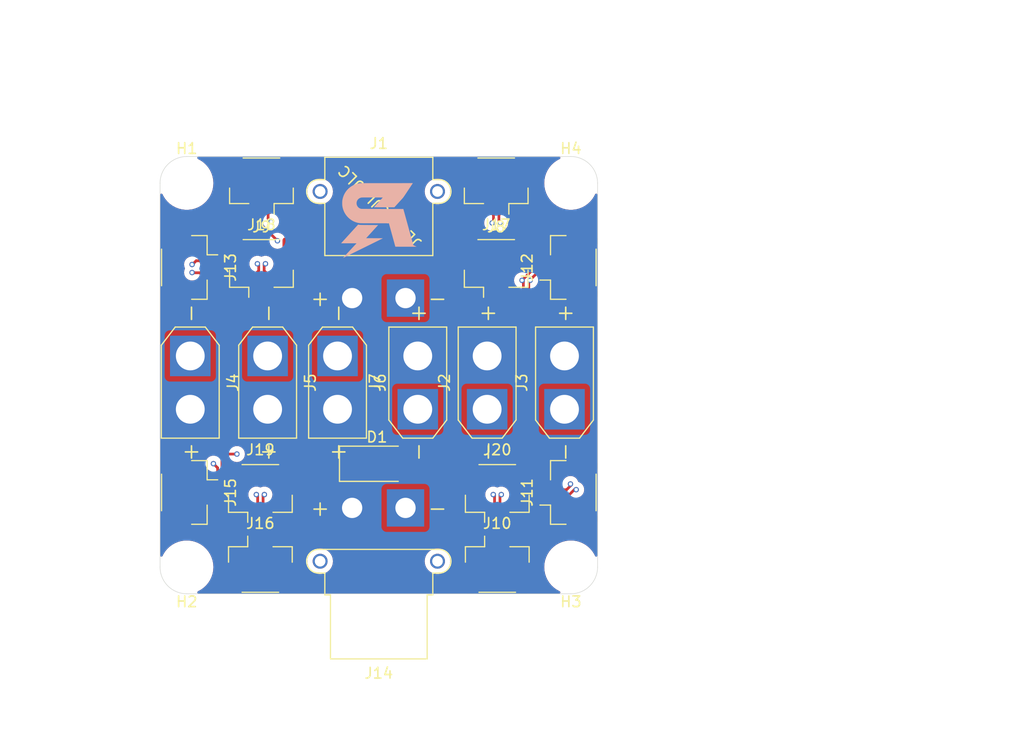
<source format=kicad_pcb>
(kicad_pcb (version 20240108) (generator "pcbnew") (generator_version "8.0")
  (layers (0 "F.Cu" signal) (1 "In1.Cu" signal) (2 "In2.Cu" signal) (31 "B.Cu" signal) (34 "B.Paste" user) (35 "F.Paste" user) (36 "B.SilkS" user "B.Silkscreen") (37 "F.SilkS" user "F.Silkscreen") (38 "B.Mask" user) (39 "F.Mask" user) (44 "Edge.Cuts" user))
  (net 0 "")
  (net 1 "VCC")
  (net 2 "GND")
  (net 3 "CAN_N")
  (net 4 "CAN_P")
  (footprint "Connector_JST:JST_GH_SM02B-GHS-TB_1x02-1MP_P1.25mm_Horizontal" (layer "F.Cu") (at 152.7 131.5 -90)
    (property "Reference" "J15" (at 0 -3.899999 90) (layer "F.SilkS"))
    (property "Value" "GH1.25 2p H")
    (pad "1" smd roundrect (at -0.625 -1.85 270) (size 0.6 1.7) (layers "F.Cu" "F.Paste" "F.Mask") (net 3 "CAN_N"))
    (pad "2" smd roundrect (at 0.625 -1.85 270) (size 0.6 1.7) (layers "F.Cu" "F.Paste" "F.Mask") (net 4 "CAN_P"))
    (pad "MP" smd roundrect (at -2.475 1.35 270) (size 1 2.7) (layers "F.Cu" "F.Paste" "F.Mask") (net 2 "GND"))
    (pad "MP" smd roundrect (at 2.475 1.35 270) (size 1 2.7) (layers "F.Cu" "F.Paste" "F.Mask") (net 2 "GND"))
  )
  (footprint "Connector_JST:JST_GH_BM02B-GHS-TBT_1x02-1MP_P1.25mm_Vertical" (layer "F.Cu") (at 159.4 131.5)
    (property "Reference" "J19" (at 0 -4 0) (layer "F.SilkS"))
    (property "Value" "GH1.25 2p H")
    (pad "1" smd roundrect (at -0.625 1.95) (size 0.6 1.7) (layers "F.Cu" "F.Paste" "F.Mask") (net 3 "CAN_N"))
    (pad "2" smd roundrect (at 0.625 1.95) (size 0.6 1.7) (layers "F.Cu" "F.Paste" "F.Mask") (net 4 "CAN_P"))
    (pad "MP" smd roundrect (at -2.475 -1.4) (size 1 2.8) (layers "F.Cu" "F.Paste" "F.Mask") (net 2 "GND"))
    (pad "MP" smd roundrect (at 2.475 -1.4) (size 1 2.8) (layers "F.Cu" "F.Paste" "F.Mask") (net 2 "GND"))
  )
  (footprint "Connector_JST:JST_GH_SM02B-GHS-TB_1x02-1MP_P1.25mm_Horizontal" (layer "F.Cu") (at 159.4 138.3)
    (property "Reference" "J16" (at 0 -3.899999 0) (layer "F.SilkS"))
    (property "Value" "GH1.25 2p H")
    (pad "1" smd roundrect (at -0.625 -1.85) (size 0.6 1.7) (layers "F.Cu" "F.Paste" "F.Mask") (net 3 "CAN_N"))
    (pad "2" smd roundrect (at 0.625 -1.85) (size 0.6 1.7) (layers "F.Cu" "F.Paste" "F.Mask") (net 4 "CAN_P"))
    (pad "MP" smd roundrect (at -2.475 1.35) (size 1 2.7) (layers "F.Cu" "F.Paste" "F.Mask") (net 2 "GND"))
    (pad "MP" smd roundrect (at 2.475 1.35) (size 1 2.7) (layers "F.Cu" "F.Paste" "F.Mask") (net 2 "GND"))
  )
  (footprint "Connector_JST:JST_GH_SM02B-GHS-TB_1x02-1MP_P1.25mm_Horizontal" (layer "F.Cu") (at 159.5 102.7 180)
    (property "Reference" "J9" (at 0 -3.899999 180) (layer "F.SilkS"))
    (property "Value" "GH1.25 2p H")
    (pad "1" smd roundrect (at -0.625 -1.85 180) (size 0.6 1.7) (layers "F.Cu" "F.Paste" "F.Mask") (net 3 "CAN_N"))
    (pad "2" smd roundrect (at 0.625 -1.85 180) (size 0.6 1.7) (layers "F.Cu" "F.Paste" "F.Mask") (net 4 "CAN_P"))
    (pad "MP" smd roundrect (at -2.475 1.35 180) (size 1 2.7) (layers "F.Cu" "F.Paste" "F.Mask") (net 2 "GND"))
    (pad "MP" smd roundrect (at 2.475 1.35 180) (size 1 2.7) (layers "F.Cu" "F.Paste" "F.Mask") (net 2 "GND"))
  )
  (footprint "1MyMountHole:MountingHole_2.7mm_M2.5_ISO7380" (layer "F.Cu") (at 188.5 102.5)
    (property "Reference" "H4" (at 0 -3.25 0) (layer "F.SilkS"))
    (property "Value" "MountingHole")
    (pad "" np_thru_hole circle (at 0 0) (size 2.7 2.7) (drill 2.7) (layers "*.Cu" "*.Mask"))
    (zone (net 0) (net_name "") (layers "*.Cu") (name "keepout") (connect_pads (clearance 0)) (min_thickness 0.25)
      (keepout (tracks not_allowed) (vias not_allowed) (pads not_allowed) (copperpour not_allowed) (footprints not_allowed))
      (fill (thermal_gap 0.5) (thermal_bridge_width 0.5))
      (polygon (pts (xy 191 102.5) (xy 190.980287 102.186667) (xy 190.921458 101.878275) (xy 190.824441 101.579689) (xy 190.690767 101.295616) (xy 190.522542 101.030537) (xy 190.322422 100.788632) (xy 190.09356 100.573717) (xy 189.839567 100.38918) (xy 189.564448 100.237932) (xy 189.272542 100.122359) (xy 188.968453 100.044282) (xy 188.656976 100.004933) (xy 188.343024 100.004933) (xy 188.031547 100.044282) (xy 187.727458 100.122359) (xy 187.435552 100.237932) (xy 187.160433 100.38918) (xy 186.90644 100.573717) (xy 186.677578 100.788632) (xy 186.477458 101.030537) (xy 186.309233 101.295616) (xy 186.175559 101.579689) (xy 186.078542 101.878275) (xy 186.019713 102.186667) (xy 186 102.5) (xy 186.019713 102.813333) (xy 186.078542 103.121725) (xy 186.175559 103.420311) (xy 186.309233 103.704384) (xy 186.477458 103.969463) (xy 186.677578 104.211368) (xy 186.90644 104.426283) (xy 187.160433 104.61082) (xy 187.435552 104.762068) (xy 187.727458 104.877641) (xy 188.031547 104.955718) (xy 188.343024 104.995067) (xy 188.656976 104.995067) (xy 188.968453 104.955718) (xy 189.272542 104.877641) (xy 189.564448 104.762068) (xy 189.839567 104.61082) (xy 190.09356 104.426283) (xy 190.322422 104.211368) (xy 190.522542 103.969463) (xy 190.690767 103.704384) (xy 190.824441 103.420311) (xy 190.921458 103.121725) (xy 190.980287 102.813333)))
    )
  )
  (footprint "Connector_JST:JST_GH_SM02B-GHS-TB_1x02-1MP_P1.25mm_Horizontal" (layer "F.Cu") (at 181.6 138.3)
    (property "Reference" "J10" (at 0 -3.899999 0) (layer "F.SilkS"))
    (property "Value" "GH1.25 2p H")
    (pad "1" smd roundrect (at -0.625 -1.85) (size 0.6 1.7) (layers "F.Cu" "F.Paste" "F.Mask") (net 3 "CAN_N"))
    (pad "2" smd roundrect (at 0.625 -1.85) (size 0.6 1.7) (layers "F.Cu" "F.Paste" "F.Mask") (net 4 "CAN_P"))
    (pad "MP" smd roundrect (at -2.475 1.35) (size 1 2.7) (layers "F.Cu" "F.Paste" "F.Mask") (net 2 "GND"))
    (pad "MP" smd roundrect (at 2.475 1.35) (size 1 2.7) (layers "F.Cu" "F.Paste" "F.Mask") (net 2 "GND"))
  )
  (footprint "Connector_JST:JST_GH_BM02B-GHS-TBT_1x02-1MP_P1.25mm_Vertical" (layer "F.Cu") (at 181.5 110.4)
    (property "Reference" "J17" (at 0 -4 0) (layer "F.SilkS"))
    (property "Value" "GH1.25 2p H")
    (pad "1" smd roundrect (at -0.625 1.95) (size 0.6 1.7) (layers "F.Cu" "F.Paste" "F.Mask") (net 3 "CAN_N"))
    (pad "2" smd roundrect (at 0.625 1.95) (size 0.6 1.7) (layers "F.Cu" "F.Paste" "F.Mask") (net 4 "CAN_P"))
    (pad "MP" smd roundrect (at -2.475 -1.4) (size 1 2.8) (layers "F.Cu" "F.Paste" "F.Mask") (net 2 "GND"))
    (pad "MP" smd roundrect (at 2.475 -1.4) (size 1 2.8) (layers "F.Cu" "F.Paste" "F.Mask") (net 2 "GND"))
  )
  (footprint "Connector_JST:JST_GH_SM02B-GHS-TB_1x02-1MP_P1.25mm_Horizontal" (layer "F.Cu") (at 152.7 110.4 -90)
    (property "Reference" "J13" (at 0 -3.899999 90) (layer "F.SilkS"))
    (property "Value" "GH1.25 2p H")
    (pad "1" smd roundrect (at -0.625 -1.85 270) (size 0.6 1.7) (layers "F.Cu" "F.Paste" "F.Mask") (net 3 "CAN_N"))
    (pad "2" smd roundrect (at 0.625 -1.85 270) (size 0.6 1.7) (layers "F.Cu" "F.Paste" "F.Mask") (net 4 "CAN_P"))
    (pad "MP" smd roundrect (at -2.475 1.35 270) (size 1 2.7) (layers "F.Cu" "F.Paste" "F.Mask") (net 2 "GND"))
    (pad "MP" smd roundrect (at 2.475 1.35 270) (size 1 2.7) (layers "F.Cu" "F.Paste" "F.Mask") (net 2 "GND"))
  )
  (footprint "Connector_AMASS:AMASS_XT30U-F_1x02_P5.0mm_Vertical" (layer "F.Cu") (at 152.830762 118.7 -90)
    (property "Reference" "J4" (at 2.5 -4 90) (layer "F.SilkS"))
    (property "Value" "F-V")
    (fp_text user "-" (at -4 0 90) (layer "F.SilkS") (effects (font (size 1.5 1.5))))
    (fp_text user "+" (at 9 0 90) (layer "F.SilkS") (effects (font (size 1.5 1.5))))
    (pad "1" thru_hole rect (at 0 0 270) (size 3.8 3.8) (drill 2.7) (layers "*.Cu" "*.Mask") (net 2 "GND"))
    (pad "2" thru_hole circle (at 5 0 270) (size 4 4) (drill 2.7) (layers "*.Cu" "*.Mask") (net 1 "VCC"))
  )
  (footprint "Connector_JST:JST_GH_SM02B-GHS-TB_1x02-1MP_P1.25mm_Horizontal" (layer "F.Cu") (at 188.3 110.4 90)
    (property "Reference" "J12" (at 0 -3.899999 -90) (layer "F.SilkS"))
    (property "Value" "GH1.25 2p H")
    (pad "1" smd roundrect (at -0.625 -1.85 90) (size 0.6 1.7) (layers "F.Cu" "F.Paste" "F.Mask") (net 3 "CAN_N"))
    (pad "2" smd roundrect (at 0.625 -1.85 90) (size 0.6 1.7) (layers "F.Cu" "F.Paste" "F.Mask") (net 4 "CAN_P"))
    (pad "MP" smd roundrect (at -2.475 1.35 90) (size 1 2.7) (layers "F.Cu" "F.Paste" "F.Mask") (net 2 "GND"))
    (pad "MP" smd roundrect (at 2.475 1.35 90) (size 1 2.7) (layers "F.Cu" "F.Paste" "F.Mask") (net 2 "GND"))
  )
  (footprint "1MyMountHole:MountingHole_2.7mm_M2.5_ISO7380" (layer "F.Cu") (at 188.5 138.5 180)
    (property "Reference" "H3" (at 0 -3.25 180) (layer "F.SilkS"))
    (property "Value" "MountingHole")
    (pad "" np_thru_hole circle (at 0 0 180) (size 2.7 2.7) (drill 2.7) (layers "*.Cu" "*.Mask"))
    (zone (net 0) (net_name "") (layers "*.Cu") (name "keepout") (connect_pads (clearance 0)) (min_thickness 0.25)
      (keepout (tracks not_allowed) (vias not_allowed) (pads not_allowed) (copperpour not_allowed) (footprints not_allowed))
      (fill (thermal_gap 0.5) (thermal_bridge_width 0.5))
      (polygon (pts (xy 186 138.5) (xy 186.019713 138.813333) (xy 186.078542 139.121725) (xy 186.175559 139.420311) (xy 186.309233 139.704384) (xy 186.477458 139.969463) (xy 186.677578 140.211368) (xy 186.90644 140.426283) (xy 187.160433 140.61082) (xy 187.435552 140.762068) (xy 187.727458 140.877641) (xy 188.031547 140.955718) (xy 188.343024 140.995067) (xy 188.656976 140.995067) (xy 188.968453 140.955718) (xy 189.272542 140.877641) (xy 189.564448 140.762068) (xy 189.839567 140.61082) (xy 190.09356 140.426283) (xy 190.322422 140.211368) (xy 190.522542 139.969463) (xy 190.690767 139.704384) (xy 190.824441 139.420311) (xy 190.921458 139.121725) (xy 190.980287 138.813333) (xy 191 138.5) (xy 190.980287 138.186667) (xy 190.921458 137.878275) (xy 190.824441 137.579689) (xy 190.690767 137.295616) (xy 190.522542 137.030537) (xy 190.322422 136.788632) (xy 190.09356 136.573717) (xy 189.839567 136.38918) (xy 189.564448 136.237932) (xy 189.272542 136.122359) (xy 188.968453 136.044282) (xy 188.656976 136.004933) (xy 188.343024 136.004933) (xy 188.031547 136.044282) (xy 187.727458 136.122359) (xy 187.435552 136.237932) (xy 187.160433 136.38918) (xy 186.90644 136.573717) (xy 186.677578 136.788632) (xy 186.477458 137.030537) (xy 186.309233 137.295616) (xy 186.175559 137.579689) (xy 186.078542 137.878275) (xy 186.019713 138.186667)))
    )
  )
  (footprint "Diode_SMD:D_SMA" (layer "F.Cu") (at 170.3225 128.80932)
    (property "Reference" "D1" (at 0 -2.5 0) (layer "F.SilkS"))
    (property "Value" "SMAJ30A")
    (pad "1" smd roundrect (at -2.000001 0) (size 2.5 1.8) (layers "F.Cu" "F.Paste" "F.Mask") (roundrect_rratio 0.1388888889) (net 1 "VCC"))
    (pad "2" smd roundrect (at 2.000001 0) (size 2.5 1.8) (layers "F.Cu" "F.Paste" "F.Mask") (roundrect_rratio 0.1388888889) (net 2 "GND"))
  )
  (footprint "Connector_AMASS:AMASS_XT30PW-M_1x02_P2.50mm_Horizontal" (layer "F.Cu") (at 173 113.275)
    (property "Reference" "J1" (at -2.5 -14.5 0) (layer "F.SilkS"))
    (property "Value" "M-H")
    (fp_text user "-" (at 3 0 0) (layer "F.SilkS") (effects (font (size 1.5 1.5))))
    (fp_text user "+" (at -8 0 0) (layer "F.SilkS") (effects (font (size 1.5 1.5))))
    (pad "" thru_hole circle (at -8 -10) (size 1.4 1.4) (drill 1) (layers "*.Cu" "*.Mask"))
    (pad "" thru_hole circle (at 3 -10) (size 1.4 1.4) (drill 1) (layers "*.Cu" "*.Mask"))
    (pad "1" thru_hole rect (at 0 0) (size 3.5 3.5) (drill 1.9) (layers "*.Cu" "*.Mask") (net 2 "GND"))
    (pad "2" thru_hole circle (at -5 0) (size 3.5 3.5) (drill 1.9) (layers "*.Cu" "*.Mask") (net 1 "VCC"))
  )
  (footprint "Connector_JST:JST_GH_SM02B-GHS-TB_1x02-1MP_P1.25mm_Horizontal" (layer "F.Cu") (at 181.5 102.7 180)
    (property "Reference" "J8" (at 0 -3.899999 180) (layer "F.SilkS"))
    (property "Value" "GH1.25 2p H")
    (pad "1" smd roundrect (at -0.625 -1.85 180) (size 0.6 1.7) (layers "F.Cu" "F.Paste" "F.Mask") (net 3 "CAN_N"))
    (pad "2" smd roundrect (at 0.625 -1.85 180) (size 0.6 1.7) (layers "F.Cu" "F.Paste" "F.Mask") (net 4 "CAN_P"))
    (pad "MP" smd roundrect (at -2.475 1.35 180) (size 1 2.7) (layers "F.Cu" "F.Paste" "F.Mask") (net 2 "GND"))
    (pad "MP" smd roundrect (at 2.475 1.35 180) (size 1 2.7) (layers "F.Cu" "F.Paste" "F.Mask") (net 2 "GND"))
  )
  (footprint "Connector_JST:JST_GH_SM02B-GHS-TB_1x02-1MP_P1.25mm_Horizontal" (layer "F.Cu") (at 188.3 131.5 90)
    (property "Reference" "J11" (at 0 -3.899999 -90) (layer "F.SilkS"))
    (property "Value" "GH1.25 2p H")
    (pad "1" smd roundrect (at -0.625 -1.85 90) (size 0.6 1.7) (layers "F.Cu" "F.Paste" "F.Mask") (net 3 "CAN_N"))
    (pad "2" smd roundrect (at 0.625 -1.85 90) (size 0.6 1.7) (layers "F.Cu" "F.Paste" "F.Mask") (net 4 "CAN_P"))
    (pad "MP" smd roundrect (at -2.475 1.35 90) (size 1 2.7) (layers "F.Cu" "F.Paste" "F.Mask") (net 2 "GND"))
    (pad "MP" smd roundrect (at 2.475 1.35 90) (size 1 2.7) (layers "F.Cu" "F.Paste" "F.Mask") (net 2 "GND"))
  )
  (footprint "Connector_AMASS:AMASS_XT30U-F_1x02_P5.0mm_Vertical" (layer "F.Cu") (at 166.630762 118.7 -90)
    (property "Reference" "J6" (at 2.5 -4 90) (layer "F.SilkS"))
    (property "Value" "F-V")
    (fp_text user "-" (at -4 0 90) (layer "F.SilkS") (effects (font (size 1.5 1.5))))
    (fp_text user "+" (at 9 0 90) (layer "F.SilkS") (effects (font (size 1.5 1.5))))
    (pad "1" thru_hole rect (at 0 0 270) (size 3.8 3.8) (drill 2.7) (layers "*.Cu" "*.Mask") (net 2 "GND"))
    (pad "2" thru_hole circle (at 5 0 270) (size 4 4) (drill 2.7) (layers "*.Cu" "*.Mask") (net 1 "VCC"))
  )
  (footprint "1MyMountHole:MountingHole_2.7mm_M2.5_ISO7380" (layer "F.Cu") (at 152.5 102.5)
    (property "Reference" "H1" (at 0 -3.25 0) (layer "F.SilkS"))
    (property "Value" "MountingHole")
    (pad "" np_thru_hole circle (at 0 0) (size 2.7 2.7) (drill 2.7) (layers "*.Cu" "*.Mask"))
    (zone (net 0) (net_name "") (layers "*.Cu") (name "keepout") (connect_pads (clearance 0)) (min_thickness 0.25)
      (keepout (tracks not_allowed) (vias not_allowed) (pads not_allowed) (copperpour not_allowed) (footprints not_allowed))
      (fill (thermal_gap 0.5) (thermal_bridge_width 0.5))
      (polygon (pts (xy 155 102.5) (xy 154.980287 102.186667) (xy 154.921458 101.878275) (xy 154.824441 101.579689) (xy 154.690767 101.295616) (xy 154.522542 101.030537) (xy 154.322422 100.788632) (xy 154.09356 100.573717) (xy 153.839567 100.38918) (xy 153.564448 100.237932) (xy 153.272542 100.122359) (xy 152.968453 100.044282) (xy 152.656976 100.004933) (xy 152.343024 100.004933) (xy 152.031547 100.044282) (xy 151.727458 100.122359) (xy 151.435552 100.237932) (xy 151.160433 100.38918) (xy 150.90644 100.573717) (xy 150.677578 100.788632) (xy 150.477458 101.030537) (xy 150.309233 101.295616) (xy 150.175559 101.579689) (xy 150.078542 101.878275) (xy 150.019713 102.186667) (xy 150 102.5) (xy 150.019713 102.813333) (xy 150.078542 103.121725) (xy 150.175559 103.420311) (xy 150.309233 103.704384) (xy 150.477458 103.969463) (xy 150.677578 104.211368) (xy 150.90644 104.426283) (xy 151.160433 104.61082) (xy 151.435552 104.762068) (xy 151.727458 104.877641) (xy 152.031547 104.955718) (xy 152.343024 104.995067) (xy 152.656976 104.995067) (xy 152.968453 104.955718) (xy 153.272542 104.877641) (xy 153.564448 104.762068) (xy 153.839567 104.61082) (xy 154.09356 104.426283) (xy 154.322422 104.211368) (xy 154.522542 103.969463) (xy 154.690767 103.704384) (xy 154.824441 103.420311) (xy 154.921458 103.121725) (xy 154.980287 102.813333)))
    )
  )
  (footprint "Connector_AMASS:AMASS_XT30U-F_1x02_P5.0mm_Vertical" (layer "F.Cu") (at 174.15 123.7 90)
    (property "Reference" "J7" (at 2.5 -4 -90) (layer "F.SilkS"))
    (property "Value" "F-V")
    (fp_text user "-" (at -4 0 -90) (layer "F.SilkS") (effects (font (size 1.5 1.5))))
    (fp_text user "+" (at 9 0 -90) (layer "F.SilkS") (effects (font (size 1.5 1.5))))
    (pad "1" thru_hole rect (at 0 0 90) (size 3.8 3.8) (drill 2.7) (layers "*.Cu" "*.Mask") (net 2 "GND"))
    (pad "2" thru_hole circle (at 5 0 90) (size 4 4) (drill 2.7) (layers "*.Cu" "*.Mask") (net 1 "VCC"))
  )
  (footprint "Connector_AMASS:AMASS_XT30U-F_1x02_P5.0mm_Vertical" (layer "F.Cu") (at 180.65 123.7 90)
    (property "Reference" "J2" (at 2.5 -4 -90) (layer "F.SilkS"))
    (property "Value" "F-V")
    (fp_text user "+" (at 9 0 -90) (layer "F.SilkS") (effects (font (size 1.5 1.5))))
    (fp_text user "-" (at -4 0 -90) (layer "F.SilkS") (effects (font (size 1.5 1.5))))
    (pad "1" thru_hole rect (at 0 0 90) (size 3.8 3.8) (drill 2.7) (layers "*.Cu" "*.Mask") (net 2 "GND"))
    (pad "2" thru_hole circle (at 5 0 90) (size 4 4) (drill 2.7) (layers "*.Cu" "*.Mask") (net 1 "VCC"))
  )
  (footprint "Connector_JST:JST_GH_BM02B-GHS-TBT_1x02-1MP_P1.25mm_Vertical" (layer "F.Cu") (at 181.6 131.5)
    (property "Reference" "J20" (at 0 -4 0) (layer "F.SilkS"))
    (property "Value" "GH1.25 2p H")
    (pad "1" smd roundrect (at -0.625 1.95) (size 0.6 1.7) (layers "F.Cu" "F.Paste" "F.Mask") (net 3 "CAN_N"))
    (pad "2" smd roundrect (at 0.625 1.95) (size 0.6 1.7) (layers "F.Cu" "F.Paste" "F.Mask") (net 4 "CAN_P"))
    (pad "MP" smd roundrect (at -2.475 -1.4) (size 1 2.8) (layers "F.Cu" "F.Paste" "F.Mask") (net 2 "GND"))
    (pad "MP" smd roundrect (at 2.475 -1.4) (size 1 2.8) (layers "F.Cu" "F.Paste" "F.Mask") (net 2 "GND"))
  )
  (footprint "Connector_AMASS:AMASS_XT30U-F_1x02_P5.0mm_Vertical" (layer "F.Cu") (at 187.9 123.7 90)
    (property "Reference" "J3" (at 2.5 -4 -90) (layer "F.SilkS"))
    (property "Value" "F-V")
    (fp_text user "-" (at -4 0 -90) (layer "F.SilkS") (effects (font (size 1.5 1.5))))
    (fp_text user "+" (at 9 0 -90) (layer "F.SilkS") (effects (font (size 1.5 1.5))))
    (pad "1" thru_hole rect (at 0 0 90) (size 3.8 3.8) (drill 2.7) (layers "*.Cu" "*.Mask") (net 2 "GND"))
    (pad "2" thru_hole circle (at 5 0 90) (size 4 4) (drill 2.7) (layers "*.Cu" "*.Mask") (net 1 "VCC"))
  )
  (footprint "Connector_AMASS:AMASS_XT30U-F_1x02_P5.0mm_Vertical" (layer "F.Cu") (at 160.080762 118.7 -90)
    (property "Reference" "J5" (at 2.5 -4 90) (layer "F.SilkS"))
    (property "Value" "F-V")
    (fp_text user "+" (at 9 0 90) (layer "F.SilkS") (effects (font (size 1.5 1.5))))
    (fp_text user "-" (at -4 0 90) (layer "F.SilkS") (effects (font (size 1.5 1.5))))
    (pad "1" thru_hole rect (at 0 0 270) (size 3.8 3.8) (drill 2.7) (layers "*.Cu" "*.Mask") (net 2 "GND"))
    (pad "2" thru_hole circle (at 5 0 270) (size 4 4) (drill 2.7) (layers "*.Cu" "*.Mask") (net 1 "VCC"))
  )
  (footprint "1MyMountHole:MountingHole_2.7mm_M2.5_ISO7380" (layer "F.Cu") (at 152.5 138.5 180)
    (property "Reference" "H2" (at 0 -3.25 180) (layer "F.SilkS"))
    (property "Value" "MountingHole")
    (pad "" np_thru_hole circle (at 0 0 180) (size 2.7 2.7) (drill 2.7) (layers "*.Cu" "*.Mask"))
    (zone (net 0) (net_name "") (layers "*.Cu") (name "keepout") (connect_pads (clearance 0)) (min_thickness 0.25)
      (keepout (tracks not_allowed) (vias not_allowed) (pads not_allowed) (copperpour not_allowed) (footprints not_allowed))
      (fill (thermal_gap 0.5) (thermal_bridge_width 0.5))
      (polygon (pts (xy 150 138.5) (xy 150.019713 138.813333) (xy 150.078542 139.121725) (xy 150.175559 139.420311) (xy 150.309233 139.704384) (xy 150.477458 139.969463) (xy 150.677578 140.211368) (xy 150.90644 140.426283) (xy 151.160433 140.61082) (xy 151.435552 140.762068) (xy 151.727458 140.877641) (xy 152.031547 140.955718) (xy 152.343024 140.995067) (xy 152.656976 140.995067) (xy 152.968453 140.955718) (xy 153.272542 140.877641) (xy 153.564448 140.762068) (xy 153.839567 140.61082) (xy 154.09356 140.426283) (xy 154.322422 140.211368) (xy 154.522542 139.969463) (xy 154.690767 139.704384) (xy 154.824441 139.420311) (xy 154.921458 139.121725) (xy 154.980287 138.813333) (xy 155 138.5) (xy 154.980287 138.186667) (xy 154.921458 137.878275) (xy 154.824441 137.579689) (xy 154.690767 137.295616) (xy 154.522542 137.030537) (xy 154.322422 136.788632) (xy 154.09356 136.573717) (xy 153.839567 136.38918) (xy 153.564448 136.237932) (xy 153.272542 136.122359) (xy 152.968453 136.044282) (xy 152.656976 136.004933) (xy 152.343024 136.004933) (xy 152.031547 136.044282) (xy 151.727458 136.122359) (xy 151.435552 136.237932) (xy 151.160433 136.38918) (xy 150.90644 136.573717) (xy 150.677578 136.788632) (xy 150.477458 137.030537) (xy 150.309233 137.295616) (xy 150.175559 137.579689) (xy 150.078542 137.878275) (xy 150.019713 138.186667)))
    )
  )
  (footprint "Connector_AMASS:AMASS_XT30PW-F_1x02_P2.50mm_Horizontal" (layer "F.Cu") (at 173 132.95 180)
    (property "Reference" "J14" (at 2.5 -15.5 180) (layer "F.SilkS"))
    (property "Value" "F-H")
    (fp_text user "-" (at -3 0 180) (layer "F.SilkS") (effects (font (size 1.5 1.5))))
    (fp_text user "+" (at 8 0 180) (layer "F.SilkS") (effects (font (size 1.5 1.5))))
    (pad "" thru_hole circle (at -3 -5 270) (size 1.4 1.4) (drill 1) (layers "*.Cu" "*.Mask"))
    (pad "" thru_hole circle (at 8 -5 180) (size 1.4 1.4) (drill 1) (layers "*.Cu" "*.Mask"))
    (pad "1" thru_hole rect (at 0 0 180) (size 3.5 3.5) (drill 1.9) (layers "*.Cu" "*.Mask") (net 2 "GND"))
    (pad "2" thru_hole circle (at 5 0 180) (size 3.5 3.5) (drill 1.9) (layers "*.Cu" "*.Mask") (net 1 "VCC"))
  )
  (footprint "Connector_JST:JST_GH_BM02B-GHS-TBT_1x02-1MP_P1.25mm_Vertical" (layer "F.Cu") (at 159.5 110.4)
    (property "Reference" "J18" (at 0 -4 0) (layer "F.SilkS"))
    (property "Value" "GH1.25 2p H")
    (pad "1" smd roundrect (at -0.625 1.95) (size 0.6 1.7) (layers "F.Cu" "F.Paste" "F.Mask") (net 3 "CAN_N"))
    (pad "2" smd roundrect (at 0.625 1.95) (size 0.6 1.7) (layers "F.Cu" "F.Paste" "F.Mask") (net 4 "CAN_P"))
    (pad "MP" smd roundrect (at -2.475 -1.4) (size 1 2.8) (layers "F.Cu" "F.Paste" "F.Mask") (net 2 "GND"))
    (pad "MP" smd roundrect (at 2.475 -1.4) (size 1 2.8) (layers "F.Cu" "F.Paste" "F.Mask") (net 2 "GND"))
  )
  (footprint "MyPic:R字标" (layer "B.Cu") (at 170.206577 107.490285 180)
    (property "Reference" "G***" (hide yes))
    (property "Value" "LOGO" (hide yes))
  )
  (gr_arc (start 150 102.5) (mid 150.732233 100.732233) (end 152.5 100) (stroke (width 0.05)) (layer "Edge.Cuts"))
  (gr_line (start 191 102.5) (end 191 138.5) (stroke (width 0.05)) (layer "Edge.Cuts"))
  (gr_line (start 150 138.5) (end 150 102.5) (stroke (width 0.05)) (layer "Edge.Cuts"))
  (gr_line (start 188.5 141) (end 152.5 141) (stroke (width 0.05)) (layer "Edge.Cuts"))
  (gr_arc (start 188.5 100) (mid 190.267767 100.732233) (end 191 102.5) (stroke (width 0.05)) (layer "Edge.Cuts"))
  (gr_arc (start 191 138.5) (mid 190.267767 140.267767) (end 188.5 141) (stroke (width 0.05)) (layer "Edge.Cuts"))
  (gr_arc (start 152.5 141) (mid 150.732233 140.267767) (end 150 138.5) (stroke (width 0.05)) (layer "Edge.Cuts"))
  (gr_line (start 152.5 100) (end 188.5 100) (stroke (width 0.05)) (layer "Edge.Cuts"))
  (gr_text "JLCJLCJLCJLC" (at 170.6 104.7 135) (layer "F.SilkS") (effects (font (size 1 1))))
  (segment (start 155.3936 129.1936) (end 155.3936 130.6064) (width 0.254) (layer "F.Cu") (net 3))
  (segment (start 181.754 106.104949) (end 181.754 105.471) (width 0.254) (layer "F.Cu") (net 3))
  (segment (start 184.677 111.60823) (end 184.677 111.572651) (width 0.254) (layer "F.Cu") (net 3))
  (segment (start 188.993667 131.239493) (end 188.819718 131.239493) (width 0.254) (layer "F.Cu") (net 3))
  (segment (start 181.346 135.096001) (end 180.975 134.725001) (width 0.254) (layer "F.Cu") (net 3))
  (segment (start 159.146 135.096001) (end 158.775 134.725001) (width 0.254) (layer "F.Cu") (net 3))
  (segment (start 180.875 112.35) (end 180.875 113.625001) (width 0.254) (layer "F.Cu") (net 3))
  (segment (start 153.383579 109.775) (end 153.035579 110.123) (width 0.254) (layer "F.Cu") (net 3))
  (segment (start 159.123 110.056544) (end 159.246 110.179544) (width 0.254) (layer "F.Cu") (net 3))
  (segment (start 183.274864 115.084348) (end 184.554001 113.805211) (width 0.254) (layer "F.Cu") (net 3))
  (segment (start 158.775 134.725001) (end 158.775 133.45) (width 0.254) (layer "F.Cu") (net 3))
  (segment (start 181.246 114.436748) (end 181.8936 115.084348) (width 0.254) (layer "F.Cu") (net 3))
  (segment (start 181.754 105.471) (end 182.125 105.1) (width 0.254) (layer "F.Cu") (net 3))
  (segment (start 155.125 130.875) (end 154.55 130.875) (width 0.254) (layer "F.Cu") (net 3))
  (segment (start 184.554001 111.731229) (end 184.677 111.60823) (width 0.254) (layer "F.Cu") (net 3))
  (segment (start 182.125 105.1) (end 182.125 104.55) (width 0.254) (layer "F.Cu") (net 3))
  (segment (start 159.146 135.529) (end 159.146 135.096001) (width 0.254) (layer "F.Cu") (net 3))
  (segment (start 158.875 111.074999) (end 158.875 112.35) (width 0.254) (layer "F.Cu") (net 3))
  (segment (start 181.8936 115.084348) (end 183.274864 115.084348) (width 0.254) (layer "F.Cu") (net 3))
  (segment (start 160.125 104.55) (end 160.125 105.825) (width 0.254) (layer "F.Cu") (net 3))
  (segment (start 159.246 110.179544) (end 159.246 110.703999) (width 0.254) (layer "F.Cu") (net 3))
  (segment (start 180.975 136.45) (end 180.975 135.9) (width 0.254) (layer "F.Cu") (net 3))
  (segment (start 180.975 133.45) (end 181.345999 133.079001) (width 0.254) (layer "F.Cu") (net 3))
  (segment (start 187 132.125) (end 186.45 132.125) (width 0.254) (layer "F.Cu") (net 3))
  (segment (start 181.246 113.996001) (end 181.246 114.436748) (width 0.254) (layer "F.Cu") (net 3))
  (segment (start 159.246 110.703999) (end 158.875 111.074999) (width 0.254) (layer "F.Cu") (net 3))
  (segment (start 180.975 134.725001) (end 180.975 133.45) (width 0.254) (layer "F.Cu") (net 3))
  (segment (start 184.554001 113.805211) (end 184.554001 111.731229) (width 0.254) (layer "F.Cu") (net 3))
  (segment (start 159.145999 133.079001) (end 159.145999 131.822999) (width 0.254) (layer "F.Cu") (net 3))
  (segment (start 188.305211 131.754) (end 187.371 131.754) (width 0.254) (layer "F.Cu") (net 3))
  (segment (start 158.775 135.9) (end 159.146 135.529) (width 0.254) (layer "F.Cu") (net 3))
  (segment (start 186.079001 110.654001) (end 186.45 111.025) (width 0.254) (layer "F.Cu") (net 3))
  (segment (start 188.819718 131.239493) (end 188.305211 131.754) (width 0.254) (layer "F.Cu") (net 3))
  (segment (start 155 128.8) (end 155.3936 129.1936) (width 0.254) (layer "F.Cu") (net 3))
  (segment (start 181.877 106.227949) (end 181.754 106.104949) (width 0.254) (layer "F.Cu") (net 3))
  (segment (start 153.035579 110.123) (end 153 110.123) (width 0.254) (layer "F.Cu") (net 3))
  (segment (start 181.345999 131.822999) (end 181.223 131.7) (width 0.254) (layer "F.Cu") (net 3))
  (segment (start 160.125 105.825) (end 160.4 106.1) (width 0.254) (layer "F.Cu") (net 3))
  (segment (start 181.345999 133.079001) (end 181.345999 131.822999) (width 0.254) (layer "F.Cu") (net 3))
  (segment (start 180.975 135.9) (end 181.346 135.529) (width 0.254) (layer "F.Cu") (net 3))
  (segment (start 180.875 113.625001) (end 181.246 113.996001) (width 0.254) (layer "F.Cu") (net 3))
  (segment (start 159.145999 131.822999) (end 159.023 131.7) (width 0.254) (layer "F.Cu") (net 3))
  (segment (start 154.55 109.775) (end 153.383579 109.775) (width 0.254) (layer "F.Cu") (net 3))
  (segment (start 155.3936 130.6064) (end 155.125 130.875) (width 0.254) (layer "F.Cu") (net 3))
  (segment (start 181.346 135.529) (end 181.346 135.096001) (width 0.254) (layer "F.Cu") (net 3))
  (segment (start 187.371 131.754) (end 187 132.125) (width 0.254) (layer "F.Cu") (net 3))
  (segment (start 184.677 111.572651) (end 185.59565 110.654001) (width 0.254) (layer "F.Cu") (net 3))
  (segment (start 158.775 136.45) (end 158.775 135.9) (width 0.254) (layer "F.Cu") (net 3))
  (segment (start 185.59565 110.654001) (end 186.079001 110.654001) (width 0.254) (layer "F.Cu") (net 3))
  (segment (start 158.775 133.45) (end 159.145999 133.079001) (width 0.254) (layer "F.Cu") (net 3))
  (via (at 155 128.8) (size 0.5) (drill 0.3) (layers "F.Cu" "B.Cu") (net 3))
  (via (at 159.123 110.056544) (size 0.5) (drill 0.3) (layers "F.Cu" "B.Cu") (net 3))
  (via (at 181.223 131.7) (size 0.5) (drill 0.3) (layers "F.Cu" "B.Cu") (net 3))
  (via (at 188.993667 131.239493) (size 0.5) (drill 0.3) (layers "F.Cu" "B.Cu") (net 3))
  (via (at 159.023 131.7) (size 0.5) (drill 0.3) (layers "F.Cu" "B.Cu") (net 3))
  (via (at 184.677 111.60823) (size 0.5) (drill 0.3) (layers "F.Cu" "B.Cu") (net 3))
  (via (at 153 110.123) (size 0.5) (drill 0.3) (layers "F.Cu" "B.Cu") (net 3))
  (via (at 160.4 106.1) (size 0.5) (drill 0.3) (layers "F.Cu" "B.Cu") (net 3))
  (via (at 181.877 106.227949) (size 0.5) (drill 0.3) (layers "F.Cu" "B.Cu") (net 3))
  (segment (start 160.025 133.45) (end 159.654001 133.079001) (width 0.254) (layer "F.Cu") (net 4))
  (segment (start 182.225 134.725001) (end 182.225 133.45) (width 0.254) (layer "F.Cu") (net 4))
  (segment (start 159.654 135.529) (end 159.654 135.096001) (width 0.254) (layer "F.Cu") (net 4))
  (segment (start 153.023 110.9) (end 153 110.877) (width 0.254) (layer "F.Cu") (net 4))
  (segment (start 183.06444 114.576348) (end 184.045999 113.594789) (width 0.254) (layer "F.Cu") (net 4))
  (segment (start 184.045999 113.594789) (end 184.045999 111.731229) (width 0.254) (layer "F.Cu") (net 4))
  (segment (start 187 130.875) (end 186.45 130.875) (width 0.254) (layer "F.Cu") (net 4))
  (segment (start 180.875 105.1) (end 180.875 104.55) (width 0.254) (layer "F.Cu") (net 4))
  (segment (start 160.025 136.45) (end 160.025 135.9) (width 0.254) (layer "F.Cu") (net 4))
  (segment (start 181.754 113.996001) (end 181.754 114.226324) (width 0.254) (layer "F.Cu") (net 4))
  (segment (start 184.045999 111.731229) (end 183.923 111.60823) (width 0.254) (layer "F.Cu") (net 4))
  (segment (start 159.654001 131.822999) (end 159.777 131.7) (width 0.254) (layer "F.Cu") (net 4))
  (segment (start 160.025 134.725001) (end 160.025 133.45) (width 0.254) (layer "F.Cu") (net 4))
  (segment (start 159.754 110.179544) (end 159.754 110.703999) (width 0.254) (layer "F.Cu") (net 4))
  (segment (start 154.55 111.025) (end 154.425 110.9) (width 0.254) (layer "F.Cu") (net 4))
  (segment (start 154.425 110.9) (end 153.023 110.9) (width 0.254) (layer "F.Cu") (net 4))
  (segment (start 156.3 127.9) (end 157.2 127.9) (width 0.254) (layer "F.Cu") (net 4))
  (segment (start 159.654001 133.079001) (end 159.654001 131.822999) (width 0.254) (layer "F.Cu") (net 4))
  (segment (start 188.094789 131.246) (end 187.371 131.246) (width 0.254) (layer "F.Cu") (net 4))
  (segment (start 158.875 104.55) (end 158.875 105.775) (width 0.254) (layer "F.Cu") (net 4))
  (segment (start 181.246 106.104949) (end 181.246 105.471) (width 0.254) (layer "F.Cu") (net 4))
  (segment (start 160.125 111.074999) (end 160.125 112.35) (width 0.254) (layer "F.Cu") (net 4))
  (segment (start 182.125 113.625001) (end 181.754 113.996001) (width 0.254) (layer "F.Cu") (net 4))
  (segment (start 159.877 110.056544) (end 159.754 110.179544) (width 0.254) (layer "F.Cu") (net 4))
  (segment (start 188.460507 130.880282) (end 188.094789 131.246) (width 0.254) (layer "F.Cu") (net 4))
  (segment (start 159.754 110.703999) (end 160.125 111.074999) (width 0.254) (layer "F.Cu") (net 4))
  (segment (start 158.875 105.775) (end 161 107.9) (width 0.254) (layer "F.Cu") (net 4))
  (segment (start 185.385231 110.145999) (end 186.079001 110.145999) (width 0.254) (layer "F.Cu") (net 4))
  (segment (start 155.8 131.724999) (end 155.8 128.4) (width 0.254) (layer "F.Cu") (net 4))
  (segment (start 159.654 135.096001) (end 160.025 134.725001) (width 0.254) (layer "F.Cu") (net 4))
  (segment (start 182.125 112.35) (end 182.125 113.625001) (width 0.254) (layer "F.Cu") (net 4))
  (segment (start 181.854 135.529) (end 181.854 135.096001) (width 0.254) (layer "F.Cu") (net 4))
  (segment (start 181.123 106.227949) (end 181.246 106.104949) (width 0.254) (layer "F.Cu") (net 4))
  (segment (start 160.025 135.9) (end 159.654 135.529) (width 0.254) (layer "F.Cu") (net 4))
  (segment (start 186.079001 110.145999) (end 186.45 109.775) (width 0.254) (layer "F.Cu") (net 4))
  (segment (start 181.854 135.096001) (end 182.225 134.725001) (width 0.254) (layer "F.Cu") (net 4))
  (segment (start 155.399999 132.125) (end 155.8 131.724999) (width 0.254) (layer "F.Cu") (net 4))
  (segment (start 183.923 111.60823) (end 185.385231 110.145999) (width 0.254) (layer "F.Cu") (net 4))
  (segment (start 187.371 131.246) (end 187 130.875) (width 0.254) (layer "F.Cu") (net 4))
  (segment (start 181.246 105.471) (end 180.875 105.1) (width 0.254) (layer "F.Cu") (net 4))
  (segment (start 181.754 114.226324) (end 182.104024 114.576348) (width 0.254) (layer "F.Cu") (net 4))
  (segment (start 155.8 128.4) (end 156.3 127.9) (width 0.254) (layer "F.Cu") (net 4))
  (segment (start 188.460507 130.706333) (end 188.460507 130.880282) (width 0.254) (layer "F.Cu") (net 4))
  (segment (start 182.104024 114.576348) (end 183.06444 114.576348) (width 0.254) (layer "F.Cu") (net 4))
  (segment (start 182.225 136.45) (end 182.225 135.9) (width 0.254) (layer "F.Cu") (net 4))
  (segment (start 182.225 133.45) (end 181.854001 133.079001) (width 0.254) (layer "F.Cu") (net 4))
  (segment (start 154.55 132.125) (end 155.399999 132.125) (width 0.254) (layer "F.Cu") (net 4))
  (segment (start 181.854001 131.822999) (end 181.977 131.7) (width 0.254) (layer "F.Cu") (net 4))
  (segment (start 181.854001 133.079001) (end 181.854001 131.822999) (width 0.254) (layer "F.Cu") (net 4))
  (segment (start 182.225 135.9) (end 181.854 135.529) (width 0.254) (layer "F.Cu") (net 4))
  (via (at 159.877 110.056544) (size 0.5) (drill 0.3) (layers "F.Cu" "B.Cu") (net 4))
  (via (at 188.460507 130.706333) (size 0.5) (drill 0.3) (layers "F.Cu" "B.Cu") (net 4))
  (via (at 183.923 111.60823) (size 0.5) (drill 0.3) (layers "F.Cu" "B.Cu") (net 4))
  (via (at 181.123 106.227949) (size 0.5) (drill 0.3) (layers "F.Cu" "B.Cu") (net 4))
  (via (at 181.977 131.7) (size 0.5) (drill 0.3) (layers "F.Cu" "B.Cu") (net 4))
  (via (at 161 107.9) (size 0.5) (drill 0.3) (layers "F.Cu" "B.Cu") (net 4))
  (via (at 153 110.877) (size 0.5) (drill 0.3) (layers "F.Cu" "B.Cu") (net 4))
  (via (at 159.777 131.7) (size 0.5) (drill 0.3) (layers "F.Cu" "B.Cu") (net 4))
  (via (at 157.2 127.9) (size 0.5) (drill 0.3) (layers "F.Cu" "B.Cu") (net 4))
  (zone (net 1) (net_name "VCC") (layer "F.Cu") (priority 2) (connect_pads yes (clearance 0.5)) (min_thickness 0.25) (fill yes (thermal_gap 0.5) (thermal_bridge_width 0.5))
    (polygon (pts (xy 167 127.8) (xy 167 130.6) (xy 166.4 132.2) (xy 166.3 133) (xy 166.4 133.6) (xy 166.8 134.2) (xy 167.4 134.6) (xy 168 134.7) (xy 168.8 134.5) (xy 169.3 134.1) (xy 169.6 133.7) (xy 169.8 133) (xy 169.8 127.8)))
  )
  (zone (net 2) (net_name "GND") (layers "F.Cu" "In2.Cu") (connect_pads yes (clearance 0.5)) (min_thickness 0.25) (fill yes (thermal_gap 0.5) (thermal_bridge_width 0.5))
    (polygon (pts (xy 144.4 97.3) (xy 141.1 147.5) (xy 216.8 149.1) (xy 211.1 93.2)))
  )
  (zone (net 1) (net_name "VCC") (layer "B.Cu") (priority 1) (connect_pads yes (clearance 0.5)) (min_thickness 0.25) (fill yes (thermal_gap 0.5) (thermal_bridge_width 0.5))
    (polygon (pts (xy 138.8 91.2) (xy 135 152.4) (xy 212.5 153.8) (xy 208.1 95.9)))
  )
)
</source>
